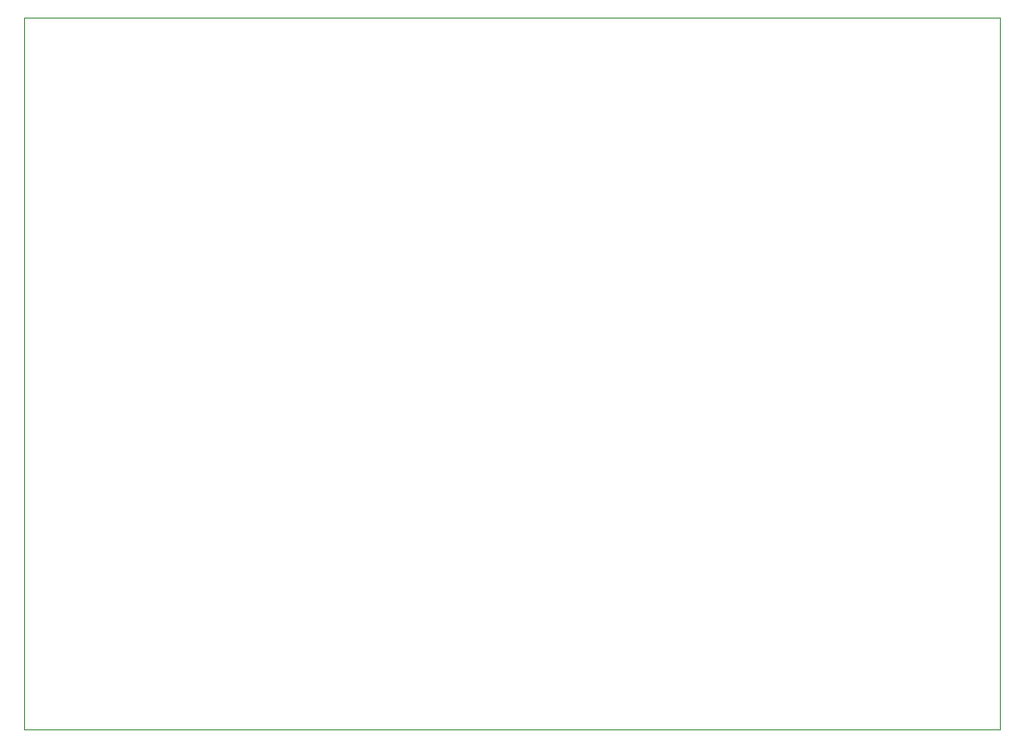
<source format=gbr>
%TF.GenerationSoftware,Altium Limited,Altium Designer,19.1.8 (144)*%
G04 Layer_Color=0*
%FSLAX25Y25*%
%MOIN*%
%TF.FileFunction,Profile,NP*%
%TF.Part,Single*%
G01*
G75*
%TA.AperFunction,Profile*%
%ADD82C,0.00100*%
D82*
X-0Y0D02*
Y255906D01*
X350394D01*
X350394Y-0D01*
X-0Y0D01*
%TF.MD5,1915272cc85c89abef555ad5db8d3cdf*%
M02*

</source>
